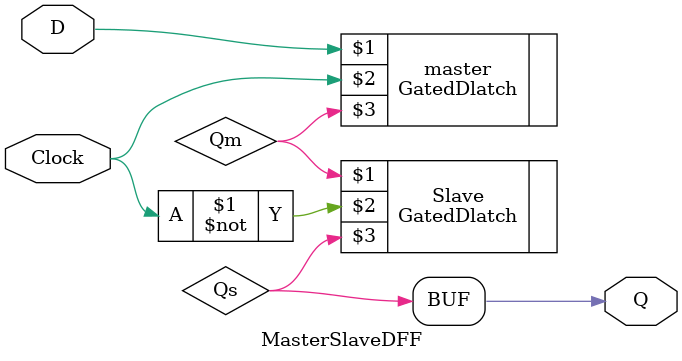
<source format=v>
module MasterSlaveDFF(D, Clock, Q);
input D, Clock;
output Q;

wire Qm,Qs;

GatedDlatch master (D, Clock, Qm);
GatedDlatch Slave ( Qm,~Clock, Qs);

assign Q = Qs;

endmodule
</source>
